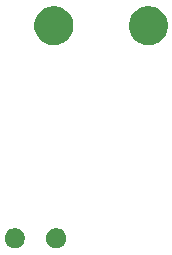
<source format=gbr>
G04 #@! TF.GenerationSoftware,KiCad,Pcbnew,(5.1.5-0-10_14)*
G04 #@! TF.CreationDate,2020-03-08T20:48:31+01:00*
G04 #@! TF.ProjectId,sensorHead,73656e73-6f72-4486-9561-642e6b696361,rev?*
G04 #@! TF.SameCoordinates,Original*
G04 #@! TF.FileFunction,Soldermask,Bot*
G04 #@! TF.FilePolarity,Negative*
%FSLAX46Y46*%
G04 Gerber Fmt 4.6, Leading zero omitted, Abs format (unit mm)*
G04 Created by KiCad (PCBNEW (5.1.5-0-10_14)) date 2020-03-08 20:48:31*
%MOMM*%
%LPD*%
G04 APERTURE LIST*
%ADD10C,0.100000*%
G04 APERTURE END LIST*
D10*
G36*
X55442428Y-107181703D02*
G01*
X55597300Y-107245853D01*
X55736681Y-107338985D01*
X55855215Y-107457519D01*
X55948347Y-107596900D01*
X56012497Y-107751772D01*
X56045200Y-107916184D01*
X56045200Y-108083816D01*
X56012497Y-108248228D01*
X55948347Y-108403100D01*
X55855215Y-108542481D01*
X55736681Y-108661015D01*
X55597300Y-108754147D01*
X55442428Y-108818297D01*
X55278016Y-108851000D01*
X55110384Y-108851000D01*
X54945972Y-108818297D01*
X54791100Y-108754147D01*
X54651719Y-108661015D01*
X54533185Y-108542481D01*
X54440053Y-108403100D01*
X54375903Y-108248228D01*
X54343200Y-108083816D01*
X54343200Y-107916184D01*
X54375903Y-107751772D01*
X54440053Y-107596900D01*
X54533185Y-107457519D01*
X54651719Y-107338985D01*
X54791100Y-107245853D01*
X54945972Y-107181703D01*
X55110384Y-107149000D01*
X55278016Y-107149000D01*
X55442428Y-107181703D01*
G37*
G36*
X51942428Y-107181703D02*
G01*
X52097300Y-107245853D01*
X52236681Y-107338985D01*
X52355215Y-107457519D01*
X52448347Y-107596900D01*
X52512497Y-107751772D01*
X52545200Y-107916184D01*
X52545200Y-108083816D01*
X52512497Y-108248228D01*
X52448347Y-108403100D01*
X52355215Y-108542481D01*
X52236681Y-108661015D01*
X52097300Y-108754147D01*
X51942428Y-108818297D01*
X51778016Y-108851000D01*
X51610384Y-108851000D01*
X51445972Y-108818297D01*
X51291100Y-108754147D01*
X51151719Y-108661015D01*
X51033185Y-108542481D01*
X50940053Y-108403100D01*
X50875903Y-108248228D01*
X50843200Y-108083816D01*
X50843200Y-107916184D01*
X50875903Y-107751772D01*
X50940053Y-107596900D01*
X51033185Y-107457519D01*
X51151719Y-107338985D01*
X51291100Y-107245853D01*
X51445972Y-107181703D01*
X51610384Y-107149000D01*
X51778016Y-107149000D01*
X51942428Y-107181703D01*
G37*
G36*
X63374617Y-88391298D02*
G01*
X63480940Y-88412447D01*
X63781403Y-88536903D01*
X64051812Y-88717585D01*
X64281776Y-88947549D01*
X64462458Y-89217958D01*
X64586914Y-89518421D01*
X64650361Y-89837391D01*
X64650361Y-90162609D01*
X64586914Y-90481579D01*
X64462458Y-90782042D01*
X64281776Y-91052451D01*
X64051812Y-91282415D01*
X63781403Y-91463097D01*
X63480940Y-91587553D01*
X63374617Y-91608702D01*
X63161972Y-91651000D01*
X62836750Y-91651000D01*
X62624105Y-91608702D01*
X62517782Y-91587553D01*
X62217319Y-91463097D01*
X61946910Y-91282415D01*
X61716946Y-91052451D01*
X61536264Y-90782042D01*
X61411808Y-90481579D01*
X61348361Y-90162609D01*
X61348361Y-89837391D01*
X61411808Y-89518421D01*
X61536264Y-89217958D01*
X61716946Y-88947549D01*
X61946910Y-88717585D01*
X62217319Y-88536903D01*
X62517782Y-88412447D01*
X62624105Y-88391298D01*
X62836750Y-88349000D01*
X63161972Y-88349000D01*
X63374617Y-88391298D01*
G37*
G36*
X55374617Y-88391298D02*
G01*
X55480940Y-88412447D01*
X55781403Y-88536903D01*
X56051812Y-88717585D01*
X56281776Y-88947549D01*
X56462458Y-89217958D01*
X56586914Y-89518421D01*
X56650361Y-89837391D01*
X56650361Y-90162609D01*
X56586914Y-90481579D01*
X56462458Y-90782042D01*
X56281776Y-91052451D01*
X56051812Y-91282415D01*
X55781403Y-91463097D01*
X55480940Y-91587553D01*
X55374617Y-91608702D01*
X55161972Y-91651000D01*
X54836750Y-91651000D01*
X54624105Y-91608702D01*
X54517782Y-91587553D01*
X54217319Y-91463097D01*
X53946910Y-91282415D01*
X53716946Y-91052451D01*
X53536264Y-90782042D01*
X53411808Y-90481579D01*
X53348361Y-90162609D01*
X53348361Y-89837391D01*
X53411808Y-89518421D01*
X53536264Y-89217958D01*
X53716946Y-88947549D01*
X53946910Y-88717585D01*
X54217319Y-88536903D01*
X54517782Y-88412447D01*
X54624105Y-88391298D01*
X54836750Y-88349000D01*
X55161972Y-88349000D01*
X55374617Y-88391298D01*
G37*
M02*

</source>
